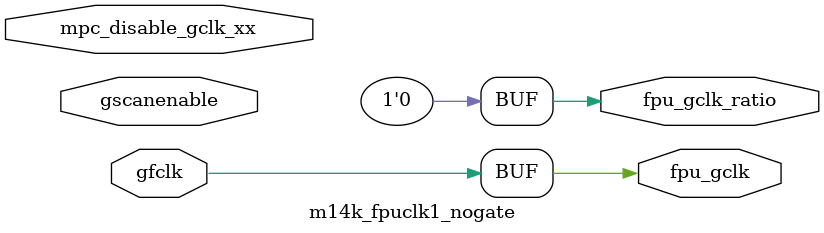
<source format=v>
`include "m14k_const.vh"

module m14k_fpuclk1_nogate(
	fpu_gclk,
	fpu_gclk_ratio,
	gfclk,
	gscanenable,
	mpc_disable_gclk_xx);

  /*hookios*/
  output	fpu_gclk;		// fpu gclk - /1 or /2
  output	fpu_gclk_ratio;		// 0 - 1:1, 1 - 1:2

  input 	gfclk;			// Core input Clock = SI_ClkIn (free running clk)
  input  	gscanenable;         // 2:1 FPU clock test enables
  input 	mpc_disable_gclk_xx;	// When Asserted, gate off the clock

// BEGIN Wire declarations made by MVP
wire fpu_gclk_ratio;
wire fpu_gclk;
// END Wire declarations made by MVP


  assign fpu_gclk_ratio = 1'b0;
  assign fpu_gclk       = gfclk;

endmodule

</source>
